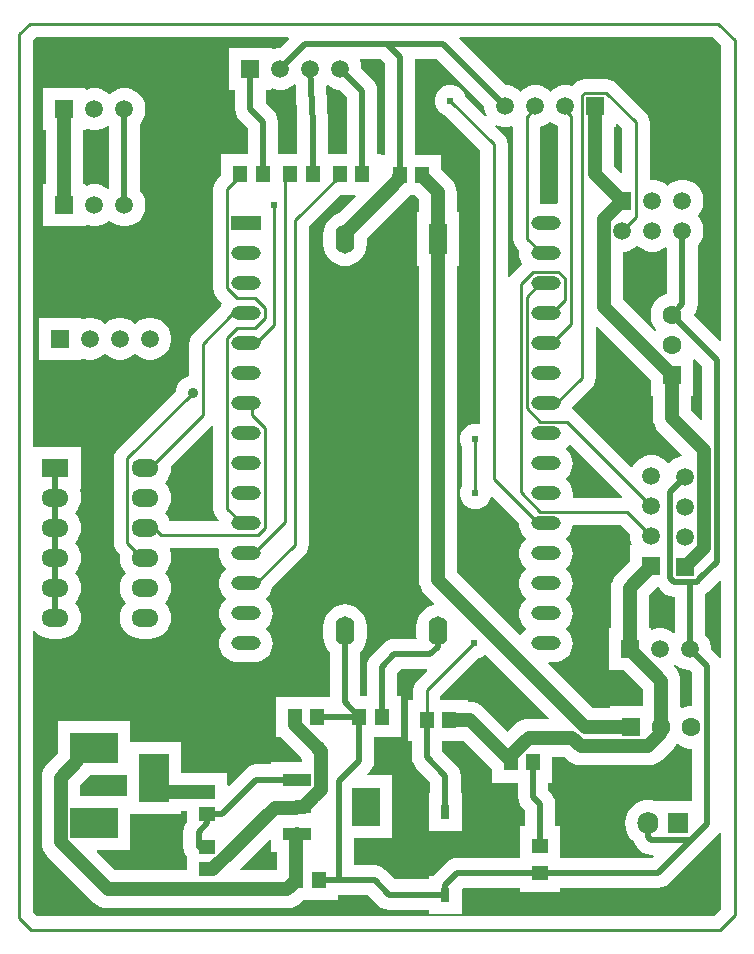
<source format=gtl>
G04*
G04 #@! TF.GenerationSoftware,Altium Limited,Altium Designer,22.10.1 (41)*
G04*
G04 Layer_Physical_Order=1*
G04 Layer_Color=255*
%FSLAX44Y44*%
%MOMM*%
G71*
G04*
G04 #@! TF.SameCoordinates,8F1CFC92-A969-465F-A5A2-9E5291BB03E1*
G04*
G04*
G04 #@! TF.FilePolarity,Positive*
G04*
G01*
G75*
%ADD11C,0.2540*%
%ADD18R,1.4000X1.2000*%
%ADD19R,1.2000X1.4000*%
%ADD20R,0.8000X1.2000*%
%ADD21R,1.3970X1.2700*%
%ADD22R,2.4000X1.0000*%
%ADD23R,2.4000X3.3000*%
%ADD46C,1.1430*%
%ADD47C,0.5080*%
%ADD48R,2.5000X1.2000*%
%ADD49O,2.5000X1.2000*%
%ADD50O,1.6000X2.5000*%
%ADD51R,1.6000X2.5000*%
%ADD52C,1.5200*%
%ADD53R,1.5200X1.5200*%
%ADD54R,2.2860X1.5240*%
%ADD55O,2.2860X1.5240*%
%ADD56C,1.6000*%
%ADD57R,1.6000X1.6000*%
%ADD58R,1.5200X1.5200*%
%ADD59R,1.6000X1.6000*%
%ADD60R,1.7780X1.7780*%
%ADD61O,1.7780X1.9050*%
%ADD62R,2.5400X4.0640*%
%ADD63R,4.0640X2.5400*%
%ADD64C,0.6096*%
%ADD65C,1.2700*%
%ADD66C,0.8890*%
G36*
X218103Y754378D02*
X210464Y746740D01*
X209071D01*
X205640Y746058D01*
X204236Y745476D01*
X203180Y746182D01*
Y746740D01*
X167660D01*
Y711220D01*
X172610D01*
Y694750D01*
X173047Y691435D01*
X174327Y688345D01*
X176362Y685692D01*
X183084Y678970D01*
Y656632D01*
X160734D01*
Y638616D01*
X157148Y635030D01*
X155316Y632642D01*
X154164Y629861D01*
X153771Y626878D01*
Y543307D01*
X154164Y540323D01*
X155316Y537542D01*
X157148Y535155D01*
X161505Y530798D01*
X160108Y528184D01*
X159823Y527245D01*
X137009Y504431D01*
X135177Y502043D01*
X134025Y499263D01*
X133632Y496279D01*
Y468903D01*
X131269Y468270D01*
X127938Y466347D01*
X125219Y463628D01*
X123296Y460297D01*
X122301Y456583D01*
Y456359D01*
X73128Y407186D01*
X71296Y404798D01*
X70144Y402018D01*
X69751Y399034D01*
Y327660D01*
X70144Y324676D01*
X71296Y321896D01*
X73128Y319508D01*
X75098Y317538D01*
X74844Y314960D01*
X75187Y311474D01*
X76204Y308123D01*
X77855Y305034D01*
X79337Y303229D01*
X80029Y302260D01*
X79337Y301291D01*
X77855Y299486D01*
X76204Y296397D01*
X75187Y293046D01*
X74844Y289560D01*
X75187Y286075D01*
X76204Y282723D01*
X77855Y279634D01*
X79337Y277829D01*
X80029Y276860D01*
X79337Y275891D01*
X77855Y274086D01*
X76204Y270997D01*
X75187Y267645D01*
X74844Y264160D01*
X75187Y260674D01*
X76204Y257323D01*
X77855Y254234D01*
X80077Y251527D01*
X82784Y249305D01*
X85873Y247654D01*
X89225Y246637D01*
X92710Y246294D01*
X100330D01*
X103815Y246637D01*
X107167Y247654D01*
X110256Y249305D01*
X112963Y251527D01*
X115185Y254234D01*
X116836Y257323D01*
X117853Y260674D01*
X118196Y264160D01*
X117853Y267645D01*
X116836Y270997D01*
X115185Y274086D01*
X113703Y275891D01*
X113011Y276860D01*
X113703Y277829D01*
X115185Y279634D01*
X116836Y282723D01*
X117853Y286075D01*
X118196Y289560D01*
X117853Y293046D01*
X116836Y296397D01*
X115185Y299486D01*
X113703Y301291D01*
X113011Y302260D01*
X113703Y303229D01*
X115185Y305034D01*
X116836Y308123D01*
X117853Y311474D01*
X118196Y314960D01*
X117853Y318445D01*
X116908Y321561D01*
X117505Y322831D01*
X158331D01*
X159147Y321561D01*
X158872Y318770D01*
X159184Y315602D01*
X160108Y312556D01*
X161608Y309749D01*
X163628Y307288D01*
X164338Y306705D01*
Y305435D01*
X163628Y304852D01*
X161608Y302391D01*
X160108Y299584D01*
X159184Y296538D01*
X158872Y293370D01*
X159184Y290202D01*
X160108Y287156D01*
X161608Y284349D01*
X163628Y281888D01*
X164338Y281305D01*
Y280035D01*
X163628Y279452D01*
X161608Y276991D01*
X160108Y274184D01*
X159184Y271138D01*
X158872Y267970D01*
X159184Y264802D01*
X160108Y261756D01*
X161608Y258949D01*
X163628Y256488D01*
X164338Y255905D01*
Y254635D01*
X163628Y254052D01*
X161608Y251591D01*
X160108Y248784D01*
X159184Y245738D01*
X158872Y242570D01*
X159184Y239402D01*
X160108Y236356D01*
X161608Y233549D01*
X163628Y231088D01*
X166089Y229069D01*
X168896Y227568D01*
X171942Y226644D01*
X175110Y226332D01*
X188110D01*
X191278Y226644D01*
X194324Y227568D01*
X197132Y229069D01*
X199592Y231088D01*
X201612Y233549D01*
X203112Y236356D01*
X204036Y239402D01*
X204348Y242570D01*
X204036Y245738D01*
X203112Y248784D01*
X201612Y251591D01*
X199592Y254052D01*
X198882Y254635D01*
Y255905D01*
X199592Y256488D01*
X201612Y258949D01*
X203112Y261756D01*
X204036Y264802D01*
X204348Y267970D01*
X204036Y271138D01*
X203112Y274184D01*
X201612Y276991D01*
X199592Y279452D01*
X198882Y280035D01*
Y281305D01*
X199592Y281888D01*
X201612Y284349D01*
X203112Y287156D01*
X204036Y290202D01*
X204080Y290646D01*
X231274Y317840D01*
X231274Y317840D01*
X233106Y320228D01*
X234258Y323008D01*
X234651Y325992D01*
X234651Y325992D01*
Y595765D01*
X261198Y622312D01*
X274293D01*
X274779Y621139D01*
X260288Y606647D01*
X258447Y606089D01*
X255292Y604402D01*
X252527Y602133D01*
X250257Y599368D01*
X248571Y596213D01*
X247533Y592790D01*
X247182Y589230D01*
Y580230D01*
X247533Y576670D01*
X248571Y573247D01*
X250257Y570092D01*
X252527Y567327D01*
X255292Y565057D01*
X258447Y563371D01*
X261870Y562333D01*
X265430Y561982D01*
X268990Y562333D01*
X272413Y563371D01*
X275568Y565057D01*
X278333Y567327D01*
X280602Y570092D01*
X282289Y573247D01*
X283327Y576670D01*
X283678Y580230D01*
Y584918D01*
X320443Y621684D01*
X324367D01*
X328218Y617832D01*
Y607390D01*
X326010D01*
Y562070D01*
X328218D01*
Y295910D01*
X328525Y292798D01*
X329432Y289806D01*
X330907Y287048D01*
X332890Y284630D01*
X341183Y276337D01*
X340756Y275142D01*
X340610Y275127D01*
X337187Y274089D01*
X334032Y272403D01*
X331267Y270133D01*
X328997Y267368D01*
X327311Y264213D01*
X326273Y260790D01*
X325922Y257230D01*
Y248230D01*
X326026Y247177D01*
X325173Y246236D01*
X307340D01*
X304025Y245799D01*
X300935Y244519D01*
X298282Y242484D01*
X287418Y231620D01*
X285382Y228967D01*
X284103Y225877D01*
X283666Y222562D01*
Y197534D01*
X278432D01*
X278240Y197726D01*
Y235250D01*
X278333Y235327D01*
X280602Y238092D01*
X282289Y241247D01*
X283327Y244670D01*
X283678Y248230D01*
Y257230D01*
X283327Y260790D01*
X282289Y264213D01*
X280602Y267368D01*
X278333Y270133D01*
X275568Y272403D01*
X272413Y274089D01*
X268990Y275127D01*
X265430Y275478D01*
X261870Y275127D01*
X258447Y274089D01*
X255292Y272403D01*
X252527Y270133D01*
X250257Y267368D01*
X248571Y264213D01*
X247533Y260790D01*
X247182Y257230D01*
Y248230D01*
X247533Y244670D01*
X248571Y241247D01*
X250257Y238092D01*
X252527Y235327D01*
X252620Y235250D01*
Y197466D01*
X206794D01*
Y163146D01*
X210999D01*
X211959Y161975D01*
X227902Y146032D01*
X229303Y143936D01*
Y142300D01*
X202840D01*
Y139950D01*
X190336D01*
X187021Y139513D01*
X183932Y138234D01*
X181279Y136198D01*
X166923Y121843D01*
X165750Y122329D01*
Y133000D01*
X131430D01*
Y132792D01*
X127000D01*
Y158750D01*
X83820D01*
Y176530D01*
X22860D01*
Y149559D01*
X13485Y140185D01*
X11502Y137767D01*
X10027Y135009D01*
X9120Y132017D01*
X8813Y128905D01*
Y74051D01*
X9120Y70939D01*
X10027Y67946D01*
X11502Y65188D01*
X13485Y62771D01*
X53246Y23010D01*
X55663Y21027D01*
X58421Y19552D01*
X61414Y18645D01*
X64526Y18338D01*
X216482D01*
X219594Y18645D01*
X222587Y19552D01*
X225345Y21027D01*
X227762Y23010D01*
X229536Y24784D01*
X259296D01*
Y29135D01*
X285270D01*
X293692Y20712D01*
X296345Y18676D01*
X299435Y17397D01*
X302750Y16960D01*
X302750Y16960D01*
X336360D01*
Y13610D01*
X364680D01*
Y34144D01*
X365986Y35450D01*
X413385D01*
Y31750D01*
X447675D01*
Y35450D01*
X530860D01*
X534175Y35887D01*
X537265Y37167D01*
X539918Y39202D01*
X567858Y67142D01*
X581066Y80350D01*
X582831Y82651D01*
X584101Y82220D01*
Y17475D01*
X578155Y11529D01*
X4775D01*
X1369Y14935D01*
Y252581D01*
X2639Y253036D01*
X3877Y251527D01*
X6584Y249305D01*
X9673Y247654D01*
X13024Y246637D01*
X16510Y246294D01*
X24130D01*
X27615Y246637D01*
X30967Y247654D01*
X34056Y249305D01*
X36763Y251527D01*
X38985Y254234D01*
X40636Y257323D01*
X41653Y260674D01*
X41996Y264160D01*
X41653Y267645D01*
X40636Y270997D01*
X38985Y274086D01*
X37503Y275891D01*
X36811Y276860D01*
X37503Y277829D01*
X38985Y279634D01*
X40636Y282723D01*
X41653Y286075D01*
X41996Y289560D01*
X41653Y293046D01*
X40636Y296397D01*
X38985Y299486D01*
X37503Y301291D01*
X36811Y302260D01*
X37503Y303229D01*
X38985Y305034D01*
X40636Y308123D01*
X41653Y311474D01*
X41996Y314960D01*
X41653Y318445D01*
X40636Y321797D01*
X38985Y324886D01*
X37503Y326691D01*
X36811Y327660D01*
X37503Y328629D01*
X38985Y330434D01*
X40636Y333523D01*
X41653Y336875D01*
X41996Y340360D01*
X41653Y343845D01*
X40636Y347197D01*
X38985Y350286D01*
X37503Y352091D01*
X36811Y353060D01*
X37503Y354029D01*
X38985Y355834D01*
X40636Y358923D01*
X41653Y362275D01*
X41996Y365760D01*
X41653Y369245D01*
X40784Y372110D01*
X41511Y373380D01*
X41910D01*
Y408940D01*
X1369D01*
Y753415D01*
X3505Y755551D01*
X217617D01*
X218103Y754378D01*
D02*
G37*
G36*
X223923Y715170D02*
X225165Y682280D01*
Y656632D01*
X208703D01*
Y684276D01*
X208267Y687591D01*
X206987Y690681D01*
X204952Y693334D01*
X198230Y700056D01*
Y711220D01*
X203180D01*
Y711778D01*
X204236Y712484D01*
X205640Y711902D01*
X209071Y711220D01*
X212569D01*
X216000Y711902D01*
X219233Y713241D01*
X222141Y715185D01*
X222633Y715676D01*
X223923Y715170D01*
D02*
G37*
G36*
X383560Y696874D02*
Y695481D01*
X384243Y692050D01*
X385340Y689400D01*
X384263Y688681D01*
X367295Y705649D01*
X366892Y707154D01*
X365153Y710166D01*
X362694Y712625D01*
X359682Y714364D01*
X356323Y715264D01*
X352845D01*
X349486Y714364D01*
X346474Y712625D01*
X344015Y710166D01*
X342276Y707154D01*
X341376Y703795D01*
Y700317D01*
X342276Y696958D01*
X344015Y693946D01*
X346474Y691487D01*
X349486Y689748D01*
X350991Y689345D01*
X380021Y660315D01*
Y428908D01*
X379013Y428135D01*
X377659Y428498D01*
X374181D01*
X370822Y427598D01*
X367810Y425859D01*
X365351Y423400D01*
X363612Y420388D01*
X362712Y417029D01*
Y413551D01*
X363612Y410192D01*
X364391Y408842D01*
Y376018D01*
X363612Y374668D01*
X362712Y371309D01*
Y367831D01*
X363612Y364472D01*
X365351Y361460D01*
X367810Y359001D01*
X370822Y357262D01*
X374181Y356362D01*
X377659D01*
X381018Y357262D01*
X384030Y359001D01*
X386489Y361460D01*
X388228Y364472D01*
X388752Y366428D01*
X390168Y366808D01*
X412879Y344097D01*
X413184Y341002D01*
X414108Y337956D01*
X415608Y335149D01*
X417628Y332688D01*
X418338Y332105D01*
Y330835D01*
X417628Y330252D01*
X415608Y327791D01*
X414108Y324984D01*
X413184Y321938D01*
X412872Y318770D01*
X413184Y315602D01*
X414108Y312556D01*
X415608Y309749D01*
X417628Y307288D01*
X418338Y306705D01*
Y305435D01*
X417628Y304852D01*
X415608Y302391D01*
X414108Y299584D01*
X413184Y296538D01*
X412872Y293370D01*
X413184Y290202D01*
X414108Y287156D01*
X415608Y284349D01*
X417628Y281888D01*
X418338Y281305D01*
Y280035D01*
X417628Y279452D01*
X415608Y276991D01*
X414108Y274184D01*
X413184Y271138D01*
X412872Y267970D01*
X413184Y264802D01*
X414108Y261756D01*
X415608Y258949D01*
X417628Y256488D01*
X418338Y255905D01*
Y254635D01*
X417628Y254052D01*
X415608Y251591D01*
X414646Y249790D01*
X413081Y249558D01*
X360122Y302518D01*
Y562070D01*
X362330D01*
Y607390D01*
X360122D01*
Y624440D01*
X359815Y627552D01*
X358908Y630545D01*
X357433Y633302D01*
X355450Y635720D01*
X346926Y644243D01*
Y656004D01*
X324576D01*
Y737252D01*
X343182D01*
X383560Y696874D01*
D02*
G37*
G36*
X253207Y713241D02*
X256440Y711902D01*
X259871Y711220D01*
X261264D01*
X267244Y705240D01*
Y656632D01*
X250784D01*
Y682522D01*
X250752Y682763D01*
X250775Y683005D01*
X249600Y714125D01*
X250844Y714820D01*
X253207Y713241D01*
D02*
G37*
G36*
X298957Y733834D02*
Y656004D01*
X296214D01*
Y656632D01*
X292863D01*
Y710546D01*
X292427Y713862D01*
X291147Y716951D01*
X289111Y719604D01*
X279380Y729335D01*
Y730729D01*
X278697Y734160D01*
X277854Y736196D01*
X278560Y737252D01*
X295538D01*
X298957Y733834D01*
D02*
G37*
G36*
X500261Y678773D02*
Y641557D01*
X499088Y641071D01*
X493472Y646687D01*
Y679470D01*
X495280D01*
Y682095D01*
X496453Y682581D01*
X500261Y678773D01*
D02*
G37*
G36*
X440799Y683435D02*
X443708Y681491D01*
X445471Y680761D01*
Y615323D01*
X444201Y614202D01*
X442110Y614408D01*
X430829D01*
Y679939D01*
X431900Y680153D01*
X435132Y681491D01*
X438041Y683435D01*
X439420Y684814D01*
X440799Y683435D01*
D02*
G37*
G36*
X396140Y680153D02*
X399571Y679470D01*
X403069D01*
X406500Y680153D01*
X406715Y680242D01*
X407771Y679536D01*
Y585270D01*
X408164Y582286D01*
X409316Y579506D01*
X411148Y577118D01*
X413107Y575159D01*
X412872Y572770D01*
X413184Y569602D01*
X414108Y566556D01*
X415505Y563942D01*
X406068Y554505D01*
X404348Y552264D01*
X403837Y552290D01*
X403078Y552619D01*
Y665090D01*
X403078Y665090D01*
X402685Y668074D01*
X401534Y670855D01*
X399701Y673242D01*
X392771Y680173D01*
X393490Y681250D01*
X396140Y680153D01*
D02*
G37*
G36*
X514459Y578025D02*
X517368Y576081D01*
X520600Y574743D01*
X524031Y574060D01*
X527529D01*
X530960Y574743D01*
X534193Y576081D01*
X537101Y578025D01*
X537197Y578121D01*
X538370Y577635D01*
Y538436D01*
X536993Y538162D01*
X533688Y536793D01*
X530714Y534806D01*
X528184Y532276D01*
X526197Y529302D01*
X524828Y525997D01*
X524130Y522489D01*
Y518911D01*
X524828Y515403D01*
X526197Y512098D01*
X528184Y509124D01*
X529308Y508000D01*
X528184Y506876D01*
X527901Y506848D01*
X500477Y534272D01*
Y574060D01*
X502129D01*
X505560Y574743D01*
X508792Y576081D01*
X511701Y578025D01*
X513080Y579404D01*
X514459Y578025D01*
D02*
G37*
G36*
X584101Y748335D02*
Y498663D01*
X582928Y498177D01*
X560450Y520656D01*
Y520809D01*
X562273Y523185D01*
X563553Y526275D01*
X563990Y529590D01*
Y579513D01*
X564975Y580499D01*
X566919Y583408D01*
X568257Y586640D01*
X568940Y590071D01*
Y593569D01*
X568257Y597000D01*
X566919Y600233D01*
X564975Y603141D01*
X563596Y604520D01*
X564975Y605899D01*
X566919Y608807D01*
X568257Y612040D01*
X568940Y615471D01*
Y618969D01*
X568257Y622400D01*
X566919Y625633D01*
X564975Y628541D01*
X562501Y631015D01*
X559593Y632959D01*
X556360Y634297D01*
X552929Y634980D01*
X549431D01*
X546000Y634297D01*
X542767Y632959D01*
X539859Y631015D01*
X538480Y629636D01*
X537101Y631015D01*
X534193Y632959D01*
X530960Y634297D01*
X527529Y634980D01*
X524031D01*
X523319Y635564D01*
Y683548D01*
X522926Y686532D01*
X521774Y689313D01*
X519942Y691700D01*
X494850Y716792D01*
X492463Y718624D01*
X489682Y719776D01*
X486698Y720169D01*
X468342D01*
X465358Y719776D01*
X462578Y718624D01*
X460190Y716792D01*
X457958Y714560D01*
X457652Y714162D01*
X457300Y714307D01*
X453869Y714990D01*
X450371D01*
X446940Y714307D01*
X443708Y712969D01*
X440799Y711025D01*
X439420Y709646D01*
X438041Y711025D01*
X435132Y712969D01*
X431900Y714307D01*
X428469Y714990D01*
X424971D01*
X421540Y714307D01*
X418307Y712969D01*
X415399Y711025D01*
X414020Y709646D01*
X412641Y711025D01*
X409733Y712969D01*
X406500Y714307D01*
X403069Y714990D01*
X401675D01*
X362287Y754378D01*
X362774Y755551D01*
X576885D01*
X584101Y748335D01*
D02*
G37*
G36*
X567560Y477314D02*
Y432018D01*
X566387Y431532D01*
X558242Y439678D01*
Y451740D01*
X560450D01*
Y482765D01*
X561623Y483251D01*
X567560Y477314D01*
D02*
G37*
G36*
X524130Y465501D02*
Y451740D01*
X526338D01*
Y433070D01*
X526645Y429958D01*
X527552Y426965D01*
X529027Y424208D01*
X531010Y421790D01*
X550626Y402174D01*
X550257Y400959D01*
X548540Y400617D01*
X545308Y399279D01*
X542399Y397335D01*
X540244Y395180D01*
X538873Y395120D01*
X538651Y395241D01*
X536249Y397643D01*
X533341Y399587D01*
X530108Y400926D01*
X526677Y401608D01*
X523179D01*
X519748Y400926D01*
X516516Y399587D01*
X513607Y397643D01*
X511133Y395170D01*
X509189Y392261D01*
X509108Y392065D01*
X507863Y391818D01*
X461348Y438332D01*
X458961Y440164D01*
X457482Y440776D01*
X458036Y442602D01*
X458080Y443046D01*
X474262Y459228D01*
X474262Y459228D01*
X476094Y461616D01*
X477246Y464396D01*
X477639Y467380D01*
X477639Y467380D01*
Y510333D01*
X478812Y510819D01*
X524130Y465501D01*
D02*
G37*
G36*
X500391Y366682D02*
X499905Y365509D01*
X458889D01*
X458073Y366779D01*
X458348Y369570D01*
X458036Y372738D01*
X457112Y375784D01*
X455612Y378591D01*
X453592Y381052D01*
X452882Y381635D01*
Y382905D01*
X453592Y383488D01*
X455612Y385949D01*
X457112Y388756D01*
X458036Y391802D01*
X458348Y394970D01*
X458036Y398138D01*
X457112Y401184D01*
X455612Y403991D01*
X453592Y406452D01*
X452882Y407035D01*
Y408305D01*
X453592Y408888D01*
X454853Y410424D01*
X456565Y410508D01*
X500391Y366682D01*
D02*
G37*
G36*
X153771Y426501D02*
Y356670D01*
X154164Y353686D01*
X155316Y350906D01*
X157148Y348518D01*
X158507Y347159D01*
X157981Y345889D01*
X117233D01*
X116836Y347197D01*
X115185Y350286D01*
X113703Y352091D01*
X113011Y353060D01*
X113703Y354029D01*
X115185Y355834D01*
X116836Y358923D01*
X117853Y362275D01*
X118196Y365760D01*
X117853Y369245D01*
X116836Y372597D01*
X115185Y375686D01*
X113703Y377491D01*
X113011Y378460D01*
X113703Y379429D01*
X115185Y381234D01*
X116836Y384323D01*
X117853Y387674D01*
X118196Y391160D01*
X118056Y392582D01*
X152501Y427027D01*
X153771Y426501D01*
D02*
G37*
G36*
X531982Y288578D02*
X534958Y285602D01*
X537611Y283567D01*
X540700Y282287D01*
X544016Y281850D01*
X544720D01*
Y251675D01*
X543547Y251189D01*
X543451Y251285D01*
X540542Y253229D01*
X537310Y254568D01*
X533879Y255250D01*
X530381D01*
X526950Y254568D01*
X525546Y253986D01*
X524490Y254692D01*
Y255250D01*
X522682D01*
Y282843D01*
X529727Y289888D01*
X530977D01*
X531982Y288578D01*
D02*
G37*
G36*
X584101Y295542D02*
Y230200D01*
X582831Y229769D01*
X581066Y232070D01*
X575290Y237845D01*
Y239239D01*
X574608Y242670D01*
X573269Y245903D01*
X571325Y248811D01*
X570340Y249797D01*
Y283958D01*
X572482Y285602D01*
X575392Y288512D01*
X575478Y288578D01*
X582928Y296028D01*
X584101Y295542D01*
D02*
G37*
G36*
X546209Y223695D02*
X549118Y221751D01*
X552350Y220413D01*
X555781Y219730D01*
X557174D01*
X559198Y217706D01*
Y189610D01*
X557011D01*
X553503Y188912D01*
X550622Y187719D01*
X549352Y188356D01*
Y210820D01*
X549045Y213932D01*
X548138Y216924D01*
X546663Y219682D01*
X544680Y222100D01*
X544090Y222689D01*
X544101Y224007D01*
X545242Y224662D01*
X546209Y223695D01*
D02*
G37*
G36*
X507168Y334504D02*
Y331299D01*
X507851Y327868D01*
X508432Y326464D01*
X507726Y325408D01*
X507168D01*
Y312448D01*
X495450Y300730D01*
X493467Y298313D01*
X491992Y295555D01*
X491085Y292562D01*
X490778Y289450D01*
Y255250D01*
X488970D01*
Y219730D01*
X501931D01*
X517448Y204212D01*
Y189610D01*
X489840D01*
Y187402D01*
X475238D01*
X437481Y225159D01*
X437967Y226332D01*
X442110D01*
X445278Y226644D01*
X448324Y227568D01*
X451132Y229069D01*
X453592Y231088D01*
X455612Y233549D01*
X457112Y236356D01*
X458036Y239402D01*
X458348Y242570D01*
X458036Y245738D01*
X457112Y248784D01*
X455612Y251591D01*
X453592Y254052D01*
X452882Y254635D01*
Y255905D01*
X453592Y256488D01*
X455612Y258949D01*
X457112Y261756D01*
X458036Y264802D01*
X458348Y267970D01*
X458036Y271138D01*
X457112Y274184D01*
X455612Y276991D01*
X453592Y279452D01*
X452882Y280035D01*
Y281305D01*
X453592Y281888D01*
X455612Y284349D01*
X457112Y287156D01*
X458036Y290202D01*
X458348Y293370D01*
X458036Y296538D01*
X457112Y299584D01*
X455612Y302391D01*
X453592Y304852D01*
X452882Y305435D01*
Y306705D01*
X453592Y307288D01*
X455612Y309749D01*
X457112Y312556D01*
X458036Y315602D01*
X458348Y318770D01*
X458036Y321938D01*
X457112Y324984D01*
X455612Y327791D01*
X453592Y330252D01*
X452882Y330835D01*
Y332105D01*
X453592Y332688D01*
X455612Y335149D01*
X457112Y337956D01*
X458036Y341002D01*
X458179Y342451D01*
X499221D01*
X507168Y334504D01*
D02*
G37*
G36*
X437836Y179685D02*
X437350Y178512D01*
X421087D01*
X417976Y178205D01*
X414983Y177298D01*
X412225Y175823D01*
X409808Y173840D01*
X403497Y167528D01*
X382554Y188472D01*
X380136Y190455D01*
X377379Y191929D01*
X374386Y192837D01*
X371274Y193144D01*
X369874D01*
Y194352D01*
X346243D01*
Y197859D01*
X378243Y229859D01*
X379748Y230262D01*
X382760Y232001D01*
X384140Y233381D01*
X437836Y179685D01*
D02*
G37*
G36*
X550198Y155357D02*
X553503Y153988D01*
X557011Y153290D01*
X559198D01*
Y109220D01*
X528320D01*
Y109220D01*
X527905Y108912D01*
X525704Y109579D01*
X521970Y109947D01*
X518236Y109579D01*
X514645Y108490D01*
X511335Y106721D01*
X508434Y104341D01*
X506054Y101440D01*
X504285Y98130D01*
X503196Y94539D01*
X502828Y90805D01*
Y89535D01*
X503196Y85801D01*
X504285Y82210D01*
X506054Y78900D01*
X508434Y75999D01*
X509835Y74850D01*
X510877Y72335D01*
X512912Y69682D01*
X515452Y67142D01*
X518105Y65107D01*
X521195Y63827D01*
X524510Y63390D01*
X526216D01*
X526702Y62217D01*
X525554Y61070D01*
X447675D01*
Y87630D01*
X443340D01*
Y106426D01*
X443340Y106426D01*
X442903Y109741D01*
X441623Y112831D01*
X439588Y115484D01*
X437643Y117428D01*
Y124472D01*
X440994D01*
Y146608D01*
X451156D01*
X453849Y143915D01*
X456266Y141931D01*
X459024Y140457D01*
X462016Y139550D01*
X465129Y139243D01*
X522225D01*
X525337Y139550D01*
X528330Y140457D01*
X531087Y141931D01*
X533505Y143915D01*
X543805Y154216D01*
X545789Y156633D01*
X546011Y157048D01*
X547508Y157155D01*
X550198Y155357D01*
D02*
G37*
G36*
X81280Y113030D02*
X40717D01*
Y122297D01*
X49229Y130810D01*
X81280D01*
Y113030D01*
D02*
G37*
G36*
X202840Y75773D02*
Y65980D01*
X208184D01*
Y59104D01*
X207976D01*
Y50242D01*
X177309D01*
X176823Y51415D01*
X201667Y76259D01*
X202840Y75773D01*
D02*
G37*
G36*
X131430Y90936D02*
X130377Y89564D01*
X129097Y86475D01*
X128661Y83159D01*
Y70416D01*
X129097Y67101D01*
X130377Y64011D01*
X131430Y62639D01*
Y50242D01*
X71133D01*
X55238Y66137D01*
X55724Y67310D01*
X83820D01*
Y97790D01*
X127000D01*
Y100888D01*
X131430D01*
Y90936D01*
D02*
G37*
G36*
X335219Y219443D02*
X326562Y210786D01*
X324730Y208398D01*
X323578Y205618D01*
X323186Y202634D01*
Y194352D01*
X318554D01*
Y160032D01*
X321904D01*
Y146362D01*
X322341Y143047D01*
X323621Y139957D01*
X325656Y137304D01*
X337710Y125250D01*
Y115930D01*
X336360D01*
Y83610D01*
X364680D01*
Y115930D01*
X363330D01*
Y130556D01*
X362893Y133871D01*
X361613Y136961D01*
X359578Y139614D01*
X347524Y151668D01*
Y160032D01*
X365875D01*
X389674Y136233D01*
Y124472D01*
X412024D01*
Y112122D01*
X412461Y108807D01*
X413740Y105717D01*
X415776Y103064D01*
X417720Y101120D01*
Y87630D01*
X413385D01*
Y64770D01*
Y61070D01*
X360680D01*
X357365Y60633D01*
X354275Y59353D01*
X351622Y57318D01*
X341462Y47158D01*
X340520Y45930D01*
X336360D01*
Y42579D01*
X308056D01*
X299634Y51002D01*
X296981Y53038D01*
X293891Y54317D01*
X290576Y54754D01*
X273160D01*
Y77480D01*
X305160D01*
Y130800D01*
X284941D01*
X284455Y131973D01*
X286534Y134052D01*
X288570Y136705D01*
X289849Y139795D01*
X290286Y143110D01*
Y163214D01*
X312636D01*
Y197534D01*
X309286D01*
Y217256D01*
X312646Y220616D01*
X334733D01*
X335219Y219443D01*
D02*
G37*
%LPC*%
G36*
X80489Y712450D02*
X76991D01*
X73560Y711768D01*
X70328Y710429D01*
X67419Y708485D01*
X66040Y707106D01*
X64661Y708485D01*
X61753Y710429D01*
X58520Y711768D01*
X55089Y712450D01*
X51591D01*
X48160Y711768D01*
X46756Y711186D01*
X45700Y711892D01*
Y712450D01*
X10180D01*
Y676930D01*
X11988D01*
Y631170D01*
X10180D01*
Y595650D01*
X45700D01*
Y596208D01*
X46756Y596914D01*
X48160Y596333D01*
X51591Y595650D01*
X55089D01*
X58520Y596333D01*
X61753Y597671D01*
X64661Y599615D01*
X66040Y600994D01*
X67419Y599615D01*
X70328Y597671D01*
X73560Y596333D01*
X76991Y595650D01*
X80489D01*
X83920Y596333D01*
X87153Y597671D01*
X90061Y599615D01*
X92535Y602089D01*
X94479Y604997D01*
X95817Y608230D01*
X96500Y611661D01*
Y615159D01*
X95817Y618590D01*
X94479Y621823D01*
X92535Y624731D01*
X91550Y625717D01*
Y682383D01*
X92535Y683369D01*
X94479Y686277D01*
X95817Y689510D01*
X96500Y692941D01*
Y696439D01*
X95817Y699870D01*
X94479Y703102D01*
X92535Y706011D01*
X90061Y708485D01*
X87153Y710429D01*
X83920Y711768D01*
X80489Y712450D01*
D02*
G37*
G36*
X102079Y518140D02*
X98581D01*
X95150Y517458D01*
X91917Y516119D01*
X89009Y514175D01*
X87630Y512796D01*
X86251Y514175D01*
X83343Y516119D01*
X80110Y517458D01*
X76679Y518140D01*
X73181D01*
X69750Y517458D01*
X66518Y516119D01*
X63609Y514175D01*
X62230Y512796D01*
X60851Y514175D01*
X57943Y516119D01*
X54710Y517458D01*
X51279Y518140D01*
X47781D01*
X44350Y517458D01*
X42946Y516876D01*
X41890Y517582D01*
Y518140D01*
X6370D01*
Y482620D01*
X41890D01*
Y483178D01*
X42946Y483884D01*
X44350Y483302D01*
X47781Y482620D01*
X51279D01*
X54710Y483302D01*
X57943Y484641D01*
X60851Y486585D01*
X62230Y487964D01*
X63609Y486585D01*
X66518Y484641D01*
X69750Y483302D01*
X73181Y482620D01*
X76679D01*
X80110Y483302D01*
X83343Y484641D01*
X86251Y486585D01*
X87630Y487964D01*
X89009Y486585D01*
X91917Y484641D01*
X95150Y483302D01*
X98581Y482620D01*
X102079D01*
X105510Y483302D01*
X108743Y484641D01*
X111651Y486585D01*
X114125Y489059D01*
X116069Y491968D01*
X117408Y495200D01*
X118090Y498631D01*
Y502129D01*
X117408Y505560D01*
X116069Y508792D01*
X114125Y511701D01*
X111651Y514175D01*
X108743Y516119D01*
X105510Y517458D01*
X102079Y518140D01*
D02*
G37*
%LPD*%
G36*
X65930Y680505D02*
Y627595D01*
X64757Y627109D01*
X64661Y627205D01*
X61753Y629149D01*
X58520Y630488D01*
X55089Y631170D01*
X51591D01*
X48160Y630488D01*
X46756Y629906D01*
X45700Y630612D01*
Y631170D01*
X43892D01*
Y676930D01*
X45700D01*
Y677488D01*
X46756Y678194D01*
X48160Y677613D01*
X51591Y676930D01*
X55089D01*
X58520Y677613D01*
X61753Y678951D01*
X64661Y680895D01*
X64757Y680991D01*
X65930Y680505D01*
D02*
G37*
D11*
X334714Y202634D02*
X374650Y242570D01*
X334714Y177192D02*
Y202634D01*
X391549Y381731D02*
X429110Y344170D01*
X391549Y381731D02*
Y665090D01*
X354584Y702056D02*
X391549Y665090D01*
X429110Y344170D02*
X435610D01*
X375920Y369570D02*
Y415290D01*
X466110Y467380D02*
Y706408D01*
X444500Y445770D02*
X466110Y467380D01*
X435610Y445770D02*
X444500D01*
X486698Y708640D02*
X511790Y683548D01*
X468342Y708640D02*
X486698D01*
X511790Y603230D02*
Y683548D01*
X500380Y591820D02*
X511790Y603230D01*
X466110Y706408D02*
X468342Y708640D01*
X440690Y496570D02*
X457000Y512880D01*
Y688924D01*
X435610Y496570D02*
X440690D01*
X452120Y693804D02*
X457000Y688924D01*
X452120Y693804D02*
Y697230D01*
X451920Y533200D02*
Y551433D01*
X440690Y521970D02*
X451920Y533200D01*
X435610Y521970D02*
X440690D01*
X414220Y370587D02*
X430827Y353980D01*
X414220Y370587D02*
Y546353D01*
X425047Y557180D01*
X446173D02*
X451920Y551433D01*
X425047Y557180D02*
X446173D01*
X430827Y353980D02*
X503996D01*
X524928Y333048D01*
X419300Y441707D02*
Y536140D01*
X430530Y547370D01*
X435610D01*
X419300Y441707D02*
X430827Y430180D01*
X453196D02*
X524928Y358448D01*
X430827Y430180D02*
X453196D01*
X431670Y572770D02*
X435610D01*
X419300Y585270D02*
Y688514D01*
X426058Y578382D02*
X431670Y572770D01*
X426058Y578382D02*
Y578512D01*
X419300Y585270D02*
X426058Y578512D01*
X419300Y688514D02*
X426720Y695934D01*
Y697230D01*
X223122Y325992D02*
Y600540D01*
X190500Y293370D02*
X223122Y325992D01*
X181610Y293370D02*
X190500D01*
X223122Y600540D02*
X261054Y638472D01*
Y639472D01*
X214244Y634742D02*
X218974Y639472D01*
X214244Y344904D02*
Y634742D01*
X188110Y318770D02*
X214244Y344904D01*
X181610Y318770D02*
X188110D01*
X205704Y511938D02*
Y613410D01*
X190336Y496570D02*
X205704Y511938D01*
X181610Y496570D02*
X190336D01*
X177670Y344170D02*
X181610D01*
X172058Y349782D02*
X177670Y344170D01*
X172058Y349782D02*
Y349912D01*
X165300Y356670D02*
X172058Y349912D01*
X165300Y356670D02*
Y500633D01*
Y543307D02*
Y626878D01*
X189283Y509270D02*
X197920Y517907D01*
X176894Y638472D02*
Y639472D01*
X165300Y626878D02*
X176894Y638472D01*
X173937Y534670D02*
X189283D01*
X165300Y543307D02*
X173937Y534670D01*
X197920Y517907D02*
Y526033D01*
X173937Y509270D02*
X189283D01*
X165300Y500633D02*
X173937Y509270D01*
X189283Y534670D02*
X197920Y526033D01*
X81280Y327660D02*
Y399034D01*
X93980Y314960D02*
X96520D01*
X81280Y327660D02*
X93980Y314960D01*
X81280Y399034D02*
X136906Y454660D01*
X109767Y334360D02*
X192173D01*
X96520Y340360D02*
X103767D01*
X109767Y334360D01*
X197920Y340107D02*
Y424433D01*
X192173Y334360D02*
X197920Y340107D01*
X186840Y435513D02*
X197920Y424433D01*
X186840Y435513D02*
Y441400D01*
X182470Y445770D02*
X186840Y441400D01*
X181610Y445770D02*
X182470D01*
X179800Y520160D02*
X181610Y521970D01*
X145161Y496279D02*
X169042Y520160D01*
X179800D01*
X145161Y435991D02*
Y496279D01*
X96520Y391160D02*
X100330D01*
X145161Y435991D01*
X-10160Y10160D02*
X0Y0D01*
X-10160Y10160D02*
Y758190D01*
X-1270Y767080D01*
X581660D01*
X595630Y753110D01*
X0Y0D02*
X582930D01*
X595630Y12700D02*
Y753110D01*
X582930Y0D02*
X595630Y12700D01*
D18*
X148590Y116840D02*
D03*
Y97840D02*
D03*
Y70416D02*
D03*
Y51416D02*
D03*
D19*
X334714Y177192D02*
D03*
X353714D02*
D03*
X277476Y180374D02*
D03*
X296476D02*
D03*
X241954Y180306D02*
D03*
X222954D02*
D03*
X405834Y141632D02*
D03*
X424834D02*
D03*
X224136Y41944D02*
D03*
X243136D02*
D03*
X176894Y639472D02*
D03*
X195894D02*
D03*
X311766Y638844D02*
D03*
X330766D02*
D03*
X218974Y639472D02*
D03*
X237974D02*
D03*
X261054D02*
D03*
X280054D02*
D03*
D20*
X350520Y29770D02*
D03*
Y99770D02*
D03*
D21*
X430530Y48260D02*
D03*
Y71120D02*
D03*
D22*
X225000Y127140D02*
D03*
Y104140D02*
D03*
Y81140D02*
D03*
D23*
X283000Y104140D02*
D03*
D46*
X265430Y584730D02*
Y589230D01*
X311481Y635281D01*
Y638559D01*
X311766Y638844D01*
X104140Y123825D02*
Y128270D01*
Y123825D02*
X111125Y116840D01*
X148590D01*
X468630Y171450D02*
X508000D01*
X457763Y162560D02*
X465129Y155195D01*
X344170Y295910D02*
Y584730D01*
Y295910D02*
X468630Y171450D01*
X465129Y155195D02*
X522225D01*
X421087Y162560D02*
X457763D01*
X522225Y155195D02*
X532526Y165496D01*
Y170576D01*
X533400Y171450D01*
Y210820D01*
X405834Y142632D02*
X406119Y142917D01*
Y147592D02*
X421087Y162560D01*
X406119Y142917D02*
Y147592D01*
X405834Y141632D02*
Y142632D01*
X353714Y177192D02*
X371274D01*
X405834Y142632D01*
X27940Y613410D02*
Y694690D01*
X477520Y640080D02*
Y697230D01*
Y640080D02*
X500380Y617220D01*
X484525Y601365D02*
X500380Y617220D01*
X484525Y527665D02*
X542290Y469900D01*
X484525Y527665D02*
Y601365D01*
X542290Y433070D02*
X569575Y405785D01*
X553720Y307340D02*
X569575Y323195D01*
Y405785D01*
X542290Y433070D02*
Y469900D01*
X506730Y289450D02*
X524928Y307648D01*
X506730Y237490D02*
Y289450D01*
Y237490D02*
X533400Y210820D01*
X344170Y584730D02*
Y624440D01*
X330766Y637844D02*
Y638844D01*
Y637844D02*
X344170Y624440D01*
X223239Y173255D02*
X242316Y154178D01*
X223239Y173255D02*
Y179021D01*
X222954Y179306D02*
X223239Y179021D01*
X159009Y56161D02*
X206273Y103425D01*
X148875Y51701D02*
X153301D01*
X157761Y56161D01*
X159009D01*
X224285Y103425D02*
X225000Y104140D01*
X148590Y51416D02*
X148875Y51701D01*
X206273Y103425D02*
X224285D01*
X230570Y104140D02*
X239367Y112937D01*
X239471D02*
X245255Y118721D01*
X239367Y112937D02*
X239471D01*
X225000Y104140D02*
X230570D01*
X245255Y118721D02*
Y151239D01*
X242316Y154178D02*
X245255Y151239D01*
X222954Y179306D02*
Y180306D01*
X224136Y41944D02*
Y80425D01*
X224851Y81140D02*
X225000D01*
X224136Y80425D02*
X224851Y81140D01*
X64526Y34290D02*
X216482D01*
X222851Y40659D02*
X223851D01*
X24765Y74051D02*
X64526Y34290D01*
X224136Y40944D02*
Y41944D01*
X223851Y40659D02*
X224136Y40944D01*
X216482Y34290D02*
X222851Y40659D01*
X24765Y74051D02*
Y128905D01*
X38735Y142875D02*
Y146685D01*
X24765Y128905D02*
X38735Y142875D01*
Y146685D02*
X45720Y153670D01*
X53340D01*
D47*
X541040Y370860D02*
X553720Y383540D01*
X541040Y297636D02*
Y370860D01*
X544016Y294660D02*
X557530D01*
X563424D01*
X557530Y237490D02*
Y294660D01*
X542290Y520700D02*
X580370Y482620D01*
Y311586D02*
Y482620D01*
X566420Y297636D02*
X580370Y311586D01*
X563424Y294660D02*
X566400Y297636D01*
X541040D02*
X544016Y294660D01*
X530860Y48260D02*
X558800Y76200D01*
X300844Y750062D02*
X348488D01*
X260350Y41944D02*
X290576D01*
X243136D02*
X260350D01*
X141470Y70416D02*
Y83159D01*
X265430Y192420D02*
Y252730D01*
Y192420D02*
X277476Y180374D01*
Y143110D02*
Y180374D01*
X260350Y125984D02*
X277476Y143110D01*
X260350Y41944D02*
Y125984D01*
X302750Y29770D02*
X350520D01*
X290576Y41944D02*
X302750Y29770D01*
X430530Y48260D02*
X530860D01*
X557530Y237490D02*
X572008Y223012D01*
X348488Y750062D02*
X401320Y697230D01*
X210820Y728980D02*
X231902Y750062D01*
X311766Y638844D02*
Y739140D01*
X300844Y750062D02*
X311766Y739140D01*
X231902Y750062D02*
X300844D01*
X237974Y639472D02*
Y682522D01*
X236220Y728980D02*
X237974Y682522D01*
X296476Y180374D02*
Y222562D01*
X307340Y233426D01*
X337820D01*
X344170Y239776D01*
Y252730D01*
X334714Y146362D02*
Y177192D01*
Y146362D02*
X350520Y130556D01*
Y99770D02*
Y130556D01*
X20320Y264160D02*
Y289560D01*
Y314960D01*
Y340360D01*
Y365760D01*
Y391160D01*
X259656Y180374D02*
X277476D01*
X259588Y180306D02*
X259656Y180374D01*
X241954Y180306D02*
X259588D01*
X350520Y29770D02*
Y38100D01*
X360680Y48260D01*
X430530D01*
X521970Y78740D02*
Y90170D01*
Y78740D02*
X524510Y76200D01*
X558800D01*
X572008Y89408D01*
Y223012D01*
X542290Y520700D02*
X551180Y529590D01*
Y591820D01*
X78740Y613410D02*
Y694690D01*
X141470Y70416D02*
X148590D01*
X141470Y83159D02*
X148590Y90279D01*
Y97840D01*
X161036D01*
X190336Y127140D01*
X225000D01*
X185420Y694750D02*
Y728980D01*
Y694750D02*
X195894Y684276D01*
Y639472D02*
Y684276D01*
X261620Y728980D02*
X280054Y710546D01*
Y639472D02*
Y710546D01*
X424834Y112122D02*
Y141632D01*
Y112122D02*
X430530Y106426D01*
Y71120D02*
Y106426D01*
D48*
X181610Y598170D02*
D03*
D49*
Y572770D02*
D03*
Y547370D02*
D03*
Y521970D02*
D03*
Y496570D02*
D03*
Y471170D02*
D03*
Y445770D02*
D03*
Y420370D02*
D03*
Y394970D02*
D03*
Y369570D02*
D03*
Y344170D02*
D03*
Y318770D02*
D03*
Y293370D02*
D03*
Y267970D02*
D03*
Y242570D02*
D03*
X435610Y598170D02*
D03*
Y572770D02*
D03*
Y547370D02*
D03*
Y521970D02*
D03*
Y496570D02*
D03*
Y471170D02*
D03*
Y445770D02*
D03*
Y420370D02*
D03*
Y394970D02*
D03*
Y369570D02*
D03*
Y344170D02*
D03*
Y318770D02*
D03*
Y293370D02*
D03*
Y267970D02*
D03*
Y242570D02*
D03*
D50*
X265430Y252730D02*
D03*
X344170D02*
D03*
X265430Y584730D02*
D03*
D51*
X344170D02*
D03*
D52*
X78740Y694690D02*
D03*
X53340D02*
D03*
X532130Y237490D02*
D03*
X557530D02*
D03*
X553720Y332740D02*
D03*
Y358140D02*
D03*
Y383540D02*
D03*
X524928Y333048D02*
D03*
Y358448D02*
D03*
Y383848D02*
D03*
X452120Y697230D02*
D03*
X426720D02*
D03*
X401320D02*
D03*
X551180Y617220D02*
D03*
X525780D02*
D03*
X551180Y591820D02*
D03*
X525780D02*
D03*
X500380D02*
D03*
X49530Y500380D02*
D03*
X74930D02*
D03*
X100330D02*
D03*
X53340Y613410D02*
D03*
X78740D02*
D03*
X210820Y728980D02*
D03*
X236220D02*
D03*
X261620D02*
D03*
D53*
X27940Y694690D02*
D03*
X506730Y237490D02*
D03*
X477520Y697230D02*
D03*
X500380Y617220D02*
D03*
X24130Y500380D02*
D03*
X27940Y613410D02*
D03*
X185420Y728980D02*
D03*
D54*
X20320Y391160D02*
D03*
D55*
Y365760D02*
D03*
Y340360D02*
D03*
Y314960D02*
D03*
Y289560D02*
D03*
Y264160D02*
D03*
X96520D02*
D03*
Y289560D02*
D03*
Y391160D02*
D03*
Y365760D02*
D03*
Y340360D02*
D03*
Y314960D02*
D03*
D56*
X558800Y171450D02*
D03*
X533400D02*
D03*
X542290Y520700D02*
D03*
Y495300D02*
D03*
D57*
X508000Y171450D02*
D03*
D58*
X553720Y307340D02*
D03*
X524928Y307648D02*
D03*
D59*
X542290Y469900D02*
D03*
D60*
X547370Y90170D02*
D03*
D61*
X521970D02*
D03*
D62*
X104140Y128270D02*
D03*
D63*
X53340Y90170D02*
D03*
Y153670D02*
D03*
D64*
X374650Y242570D02*
D03*
X375920Y369570D02*
D03*
Y415290D02*
D03*
X205704Y613410D02*
D03*
X354584Y702056D02*
D03*
D65*
X242316Y154178D02*
D03*
D66*
X136906Y454660D02*
D03*
M02*

</source>
